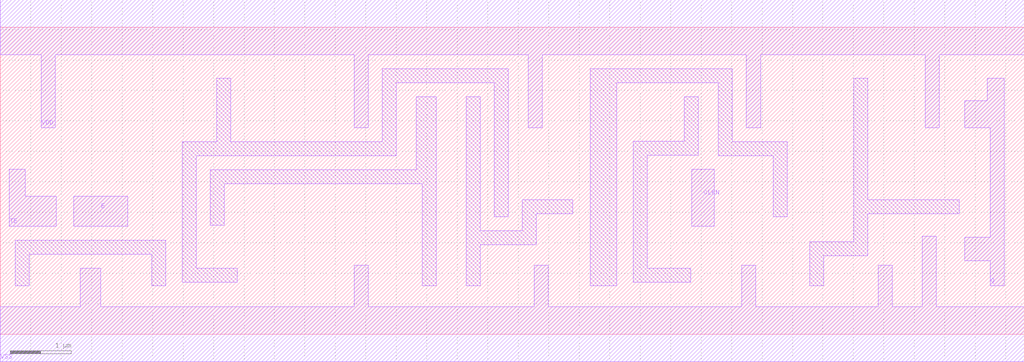
<source format=lef>
# Copyright 2022 GlobalFoundries PDK Authors
#
# Licensed under the Apache License, Version 2.0 (the "License");
# you may not use this file except in compliance with the License.
# You may obtain a copy of the License at
#
#      http://www.apache.org/licenses/LICENSE-2.0
#
# Unless required by applicable law or agreed to in writing, software
# distributed under the License is distributed on an "AS IS" BASIS,
# WITHOUT WARRANTIES OR CONDITIONS OF ANY KIND, either express or implied.
# See the License for the specific language governing permissions and
# limitations under the License.

MACRO gf180mcu_fd_sc_mcu9t5v0__icgtn_1
  CLASS core ;
  FOREIGN gf180mcu_fd_sc_mcu9t5v0__icgtn_1 0.0 0.0 ;
  ORIGIN 0 0 ;
  SYMMETRY X Y ;
  SITE GF018hv5v_green_sc9 ;
  SIZE 16.8 BY 5.04 ;
  PIN CLKN
    DIRECTION INPUT ;
    USE clock ;
    ANTENNAGATEAREA 2.22 ;
    PORT
      LAYER METAL1 ;
        POLYGON 11.35 1.77 11.715 1.77 11.715 2.71 11.35 2.71  ;
    END
  END CLKN
  PIN E
    DIRECTION INPUT ;
    ANTENNAGATEAREA 1.11 ;
    PORT
      LAYER METAL1 ;
        POLYGON 1.21 1.77 2.09 1.77 2.09 2.265 1.21 2.265  ;
    END
  END E
  PIN TE
    DIRECTION INPUT ;
    ANTENNAGATEAREA 1.11 ;
    PORT
      LAYER METAL1 ;
        POLYGON 0.15 1.77 0.915 1.77 0.915 2.265 0.41 2.265 0.41 2.71 0.15 2.71  ;
    END
  END TE
  PIN Q
    DIRECTION OUTPUT ;
    ANTENNADIFFAREA 1.2452 ;
    PORT
      LAYER METAL1 ;
        POLYGON 15.83 3.39 16.245 3.39 16.245 1.59 15.83 1.59 15.83 1.21 16.245 1.21 16.245 0.795 16.475 0.795 16.475 4.2 16.195 4.2 16.195 3.83 15.83 3.83  ;
    END
  END Q
  PIN VDD
    DIRECTION INOUT ;
    USE power ;
    SHAPE ABUTMENT ;
    PORT
      LAYER METAL1 ;
        POLYGON 0 4.59 0.675 4.59 0.675 3.39 0.905 3.39 0.905 4.59 2.715 4.59 5.805 4.59 5.805 3.39 6.035 3.39 6.035 4.59 8.335 4.59 8.665 4.59 8.665 3.39 8.895 3.39 8.895 4.59 9.39 4.59 12.245 4.59 12.245 3.39 12.475 3.39 12.475 4.59 12.915 4.59 15.175 4.59 15.175 3.39 15.405 3.39 15.405 4.59 15.74 4.59 16.8 4.59 16.8 5.49 15.74 5.49 12.915 5.49 9.39 5.49 8.335 5.49 2.715 5.49 0 5.49  ;
    END
  END VDD
  PIN VSS
    DIRECTION INOUT ;
    USE ground ;
    SHAPE ABUTMENT ;
    PORT
      LAYER METAL1 ;
        POLYGON 0 -0.45 16.8 -0.45 16.8 0.45 15.355 0.45 15.355 1.605 15.125 1.605 15.125 0.45 14.635 0.45 14.635 1.135 14.405 1.135 14.405 0.45 12.395 0.45 12.395 1.135 12.165 1.135 12.165 0.45 8.995 0.45 8.995 1.135 8.765 1.135 8.765 0.45 6.035 0.45 6.035 1.135 5.805 1.135 5.805 0.45 1.65 0.45 1.65 1.08 1.31 1.08 1.31 0.45 0 0.45  ;
    END
  END VSS
  OBS
      LAYER METAL1 ;
        POLYGON 0.245 0.795 0.475 0.795 0.475 1.31 2.485 1.31 2.485 0.795 2.715 0.795 2.715 1.54 0.245 1.54  ;
        POLYGON 3.445 1.79 3.675 1.79 3.675 2.47 6.925 2.47 6.925 0.795 7.155 0.795 7.155 3.9 6.825 3.9 6.825 2.7 3.445 2.7  ;
        POLYGON 3.215 2.93 6.495 2.93 6.495 4.13 8.105 4.13 8.105 1.925 8.335 1.925 8.335 4.36 6.265 4.36 6.265 3.16 3.785 3.16 3.785 4.2 3.555 4.2 3.555 3.16 2.985 3.16 2.985 0.85 3.89 0.85 3.89 1.08 3.215 1.08  ;
        POLYGON 7.645 0.795 7.875 0.795 7.875 1.465 8.795 1.465 8.795 1.98 9.39 1.98 9.39 2.21 8.565 2.21 8.565 1.695 7.875 1.695 7.875 3.9 7.645 3.9  ;
        POLYGON 10.615 2.94 11.455 2.94 11.455 3.9 11.225 3.9 11.225 3.17 10.385 3.17 10.385 0.85 11.33 0.85 11.33 1.08 10.615 1.08  ;
        POLYGON 9.685 0.795 10.115 0.795 10.115 4.13 11.785 4.13 11.785 2.93 12.685 2.93 12.685 1.925 12.915 1.925 12.915 3.16 12.015 3.16 12.015 4.36 9.685 4.36  ;
        POLYGON 13.285 0.795 13.515 0.795 13.515 1.29 14.235 1.29 14.235 1.98 15.74 1.98 15.74 2.21 14.235 2.21 14.235 4.2 14.005 4.2 14.005 1.52 13.285 1.52  ;
  END
END gf180mcu_fd_sc_mcu9t5v0__icgtn_1

</source>
